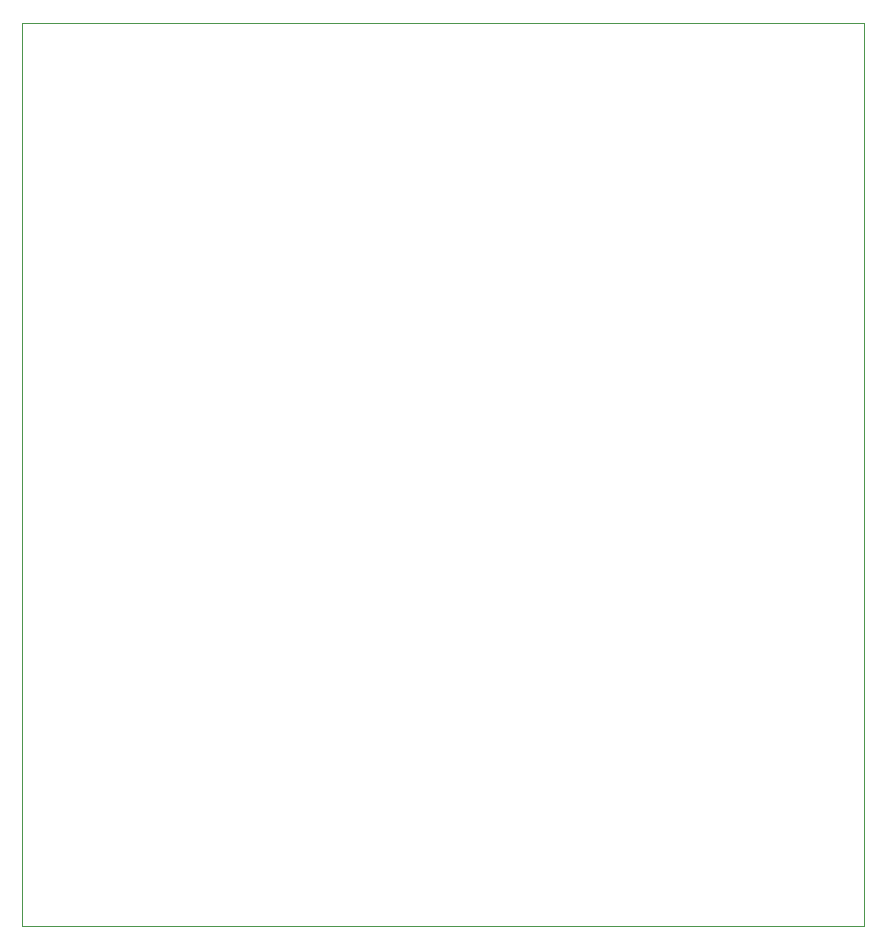
<source format=gm1>
%TF.GenerationSoftware,KiCad,Pcbnew,8.0.5*%
%TF.CreationDate,2025-03-31T18:49:43-05:00*%
%TF.ProjectId,PSEC5_Board,50534543-355f-4426-9f61-72642e6b6963,rev?*%
%TF.SameCoordinates,Original*%
%TF.FileFunction,Profile,NP*%
%FSLAX46Y46*%
G04 Gerber Fmt 4.6, Leading zero omitted, Abs format (unit mm)*
G04 Created by KiCad (PCBNEW 8.0.5) date 2025-03-31 18:49:43*
%MOMM*%
%LPD*%
G01*
G04 APERTURE LIST*
%TA.AperFunction,Profile*%
%ADD10C,0.100000*%
%TD*%
G04 APERTURE END LIST*
D10*
X114950000Y-43900000D02*
X186250000Y-43900000D01*
X186250000Y-120300000D01*
X114950000Y-120300000D01*
X114950000Y-43900000D01*
M02*

</source>
